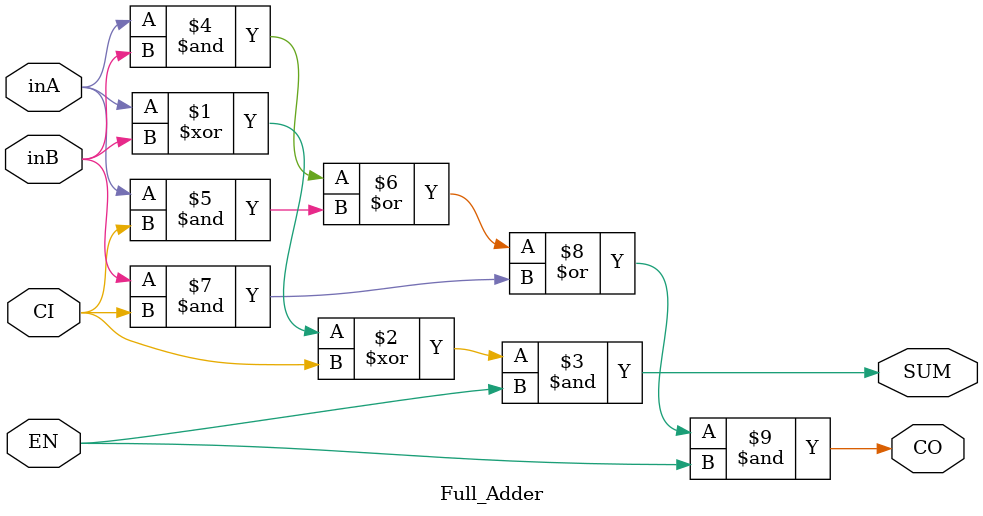
<source format=v>
`timescale 1ns / 1ps


module Full_Adder
                 (
                    input inA,
                    input inB,
                    input CI,
                    input EN,
                    output wire SUM,
                    output wire CO
                  );  
                                                   
              assign SUM = (inA ^ inB ^ CI)&EN;
              assign CO = ((inA&inB) | (inA&CI) | (inB&CI))&EN;
endmodule
</source>
